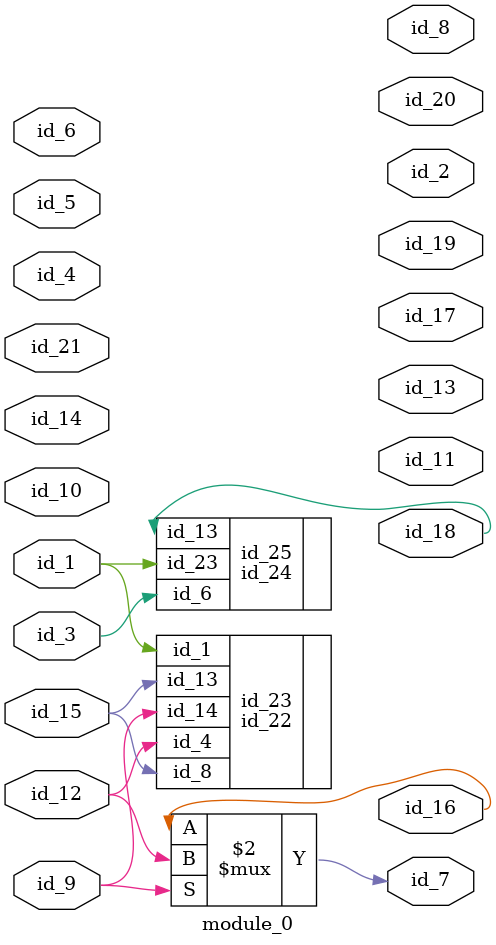
<source format=v>
module module_0 (
    id_1,
    id_2,
    id_3,
    id_4,
    id_5,
    id_6,
    id_7,
    id_8,
    id_9,
    id_10,
    id_11,
    id_12,
    id_13,
    id_14,
    id_15,
    id_16,
    id_17,
    id_18,
    id_19,
    id_20,
    id_21
);
  input id_21;
  output id_20;
  output id_19;
  output id_18;
  output id_17;
  output id_16;
  input id_15;
  input id_14;
  output id_13;
  input id_12;
  output id_11;
  input id_10;
  input id_9;
  output id_8;
  output id_7;
  input id_6;
  input id_5;
  input id_4;
  input id_3;
  output id_2;
  input id_1;
  assign id_7 = id_9 ? id_12 : id_19 ? id_16 : id_16;
  id_22 id_23 (
      .id_1 (id_19),
      .id_1 (id_1),
      .id_4 (id_12),
      .id_8 (id_15),
      .id_13(id_15),
      .id_14(id_9)
  );
  id_24 id_25 (
      .id_13(id_19),
      .id_6 (id_3),
      .id_13(id_18),
      .id_23(id_1)
  );
endmodule

</source>
